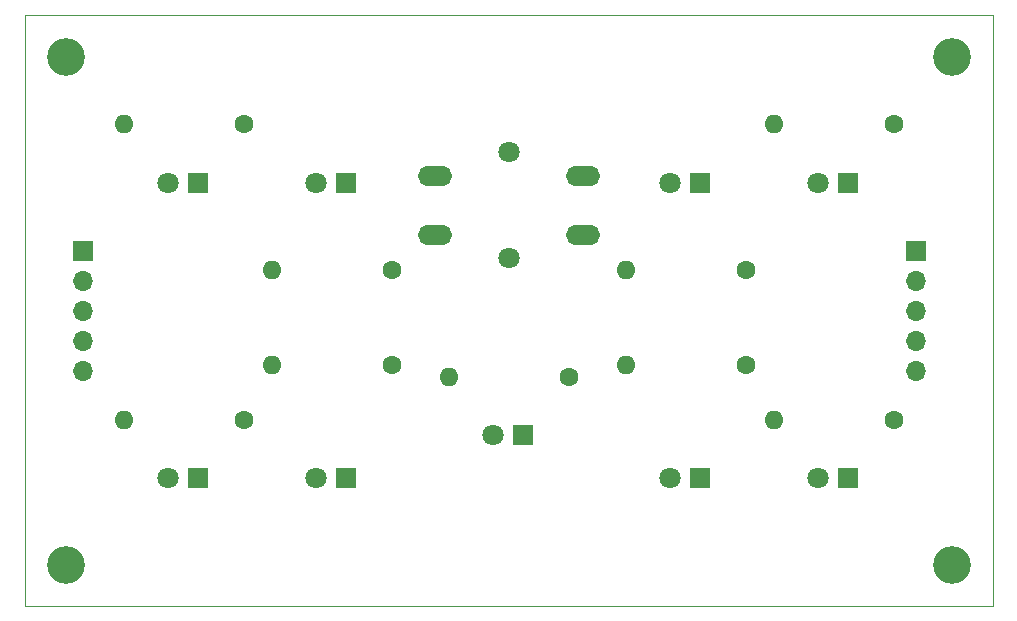
<source format=gbr>
%TF.GenerationSoftware,KiCad,Pcbnew,8.0.5*%
%TF.CreationDate,2025-02-06T11:19:09+08:00*%
%TF.ProjectId,arduino_solar_bikelight_2,61726475-696e-46f5-9f73-6f6c61725f62,rev?*%
%TF.SameCoordinates,Original*%
%TF.FileFunction,Soldermask,Bot*%
%TF.FilePolarity,Negative*%
%FSLAX46Y46*%
G04 Gerber Fmt 4.6, Leading zero omitted, Abs format (unit mm)*
G04 Created by KiCad (PCBNEW 8.0.5) date 2025-02-06 11:19:09*
%MOMM*%
%LPD*%
G01*
G04 APERTURE LIST*
%ADD10C,1.600000*%
%ADD11O,1.600000X1.600000*%
%ADD12C,3.200000*%
%ADD13R,1.800000X1.800000*%
%ADD14C,1.800000*%
%ADD15O,2.900000X1.700000*%
%ADD16R,1.700000X1.700000*%
%ADD17O,1.700000X1.700000*%
%TA.AperFunction,Profile*%
%ADD18C,0.050000*%
%TD*%
G04 APERTURE END LIST*
D10*
%TO.C,R9*%
X168745000Y-67445000D03*
D11*
X158585000Y-67445000D03*
%TD*%
D12*
%TO.C,REF\u002A\u002A*%
X126165000Y-40330000D03*
%TD*%
D13*
%TO.C,D5*%
X149855000Y-51010000D03*
D14*
X147315000Y-51010000D03*
%TD*%
D13*
%TO.C,D8*%
X179855000Y-76010000D03*
D14*
X177315000Y-76010000D03*
%TD*%
D10*
%TO.C,R4*%
X196245000Y-71060000D03*
D11*
X186085000Y-71060000D03*
%TD*%
D13*
%TO.C,D1*%
X137355000Y-51010000D03*
D14*
X134815000Y-51010000D03*
%TD*%
D10*
%TO.C,R7*%
X153745000Y-66395000D03*
D11*
X143585000Y-66395000D03*
%TD*%
D13*
%TO.C,D9*%
X164855000Y-72395000D03*
D14*
X162315000Y-72395000D03*
%TD*%
D13*
%TO.C,D2*%
X192355000Y-51010000D03*
D14*
X189815000Y-51010000D03*
%TD*%
D10*
%TO.C,R1*%
X141245000Y-46060000D03*
D11*
X131085000Y-46060000D03*
%TD*%
D13*
%TO.C,D3*%
X137355000Y-76010000D03*
D14*
X134815000Y-76010000D03*
%TD*%
D13*
%TO.C,D7*%
X149855000Y-76010000D03*
D14*
X147315000Y-76010000D03*
%TD*%
D10*
%TO.C,R3*%
X141245000Y-71060000D03*
D11*
X131085000Y-71060000D03*
%TD*%
D14*
%TO.C,SW1*%
X163665000Y-48395000D03*
X163665000Y-57395000D03*
D15*
X157415000Y-50395000D03*
X169915000Y-50395000D03*
X157415000Y-55395000D03*
X169915000Y-55395000D03*
%TD*%
D10*
%TO.C,R8*%
X183745000Y-66395000D03*
D11*
X173585000Y-66395000D03*
%TD*%
D10*
%TO.C,R2*%
X196245000Y-46060000D03*
D11*
X186085000Y-46060000D03*
%TD*%
D13*
%TO.C,D6*%
X179855000Y-51010000D03*
D14*
X177315000Y-51010000D03*
%TD*%
D10*
%TO.C,R5*%
X153745000Y-58395000D03*
D11*
X143585000Y-58395000D03*
%TD*%
D12*
%TO.C,REF\u002A\u002A*%
X201165000Y-83330000D03*
%TD*%
%TO.C,REF\u002A\u002A*%
X201165000Y-40330000D03*
%TD*%
%TO.C,REF\u002A\u002A*%
X126165000Y-83330000D03*
%TD*%
D13*
%TO.C,D4*%
X192355000Y-76010000D03*
D14*
X189815000Y-76010000D03*
%TD*%
D10*
%TO.C,R6*%
X183745000Y-58395000D03*
D11*
X173585000Y-58395000D03*
%TD*%
D16*
%TO.C,J1*%
X198140000Y-56780000D03*
D17*
X198140000Y-59320000D03*
X198140000Y-61860000D03*
X198140000Y-64400000D03*
X198140000Y-66940000D03*
%TD*%
D16*
%TO.C,J2*%
X127640000Y-56780000D03*
D17*
X127640000Y-59320000D03*
X127640000Y-61860000D03*
X127640000Y-64400000D03*
X127640000Y-66940000D03*
%TD*%
D18*
X122665000Y-36830000D02*
X204665000Y-36830000D01*
X204665000Y-86830000D01*
X122665000Y-86830000D01*
X122665000Y-36830000D01*
M02*

</source>
